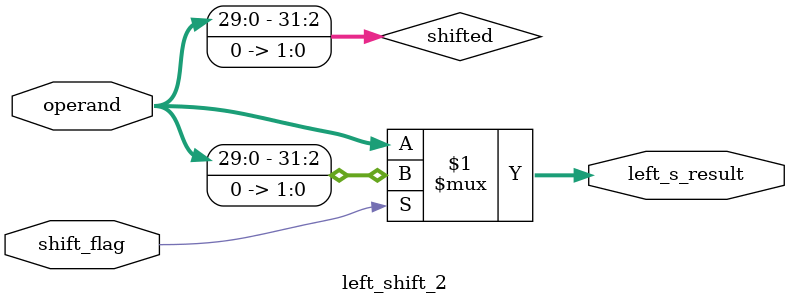
<source format=v>
module left_shift_2 (shift_flag,left_s_result,operand);
	input[31:0] operand;
	input shift_flag;
	output[31:0] left_s_result;

	wire[31:0] shifted;
	assign shifted[31:2] = operand[29:0];
	assign shifted[1:0] = 2'b0;

	assign left_s_result = shift_flag ? shifted:operand;	


endmodule
</source>
